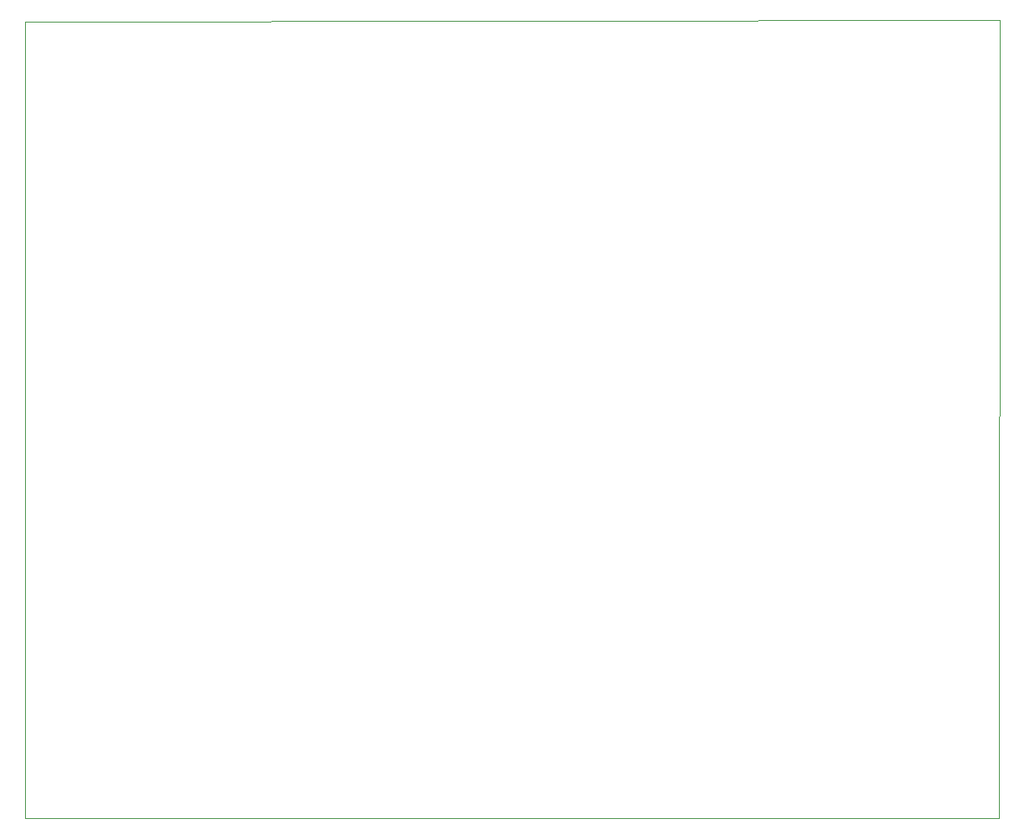
<source format=gbr>
%TF.GenerationSoftware,KiCad,Pcbnew,(5.1.8)-1*%
%TF.CreationDate,2020-12-04T16:42:46+03:00*%
%TF.ProjectId,Antenna,416e7465-6e6e-4612-9e6b-696361645f70,rev?*%
%TF.SameCoordinates,Original*%
%TF.FileFunction,Profile,NP*%
%FSLAX46Y46*%
G04 Gerber Fmt 4.6, Leading zero omitted, Abs format (unit mm)*
G04 Created by KiCad (PCBNEW (5.1.8)-1) date 2020-12-04 16:42:46*
%MOMM*%
%LPD*%
G01*
G04 APERTURE LIST*
%TA.AperFunction,Profile*%
%ADD10C,0.100000*%
%TD*%
G04 APERTURE END LIST*
D10*
X229933500Y-38798500D02*
X229870000Y-119761000D01*
X131127500Y-38925500D02*
X229933500Y-38798500D01*
X131127500Y-119761000D02*
X131127500Y-38925500D01*
X229870000Y-119761000D02*
X131127500Y-119761000D01*
M02*

</source>
